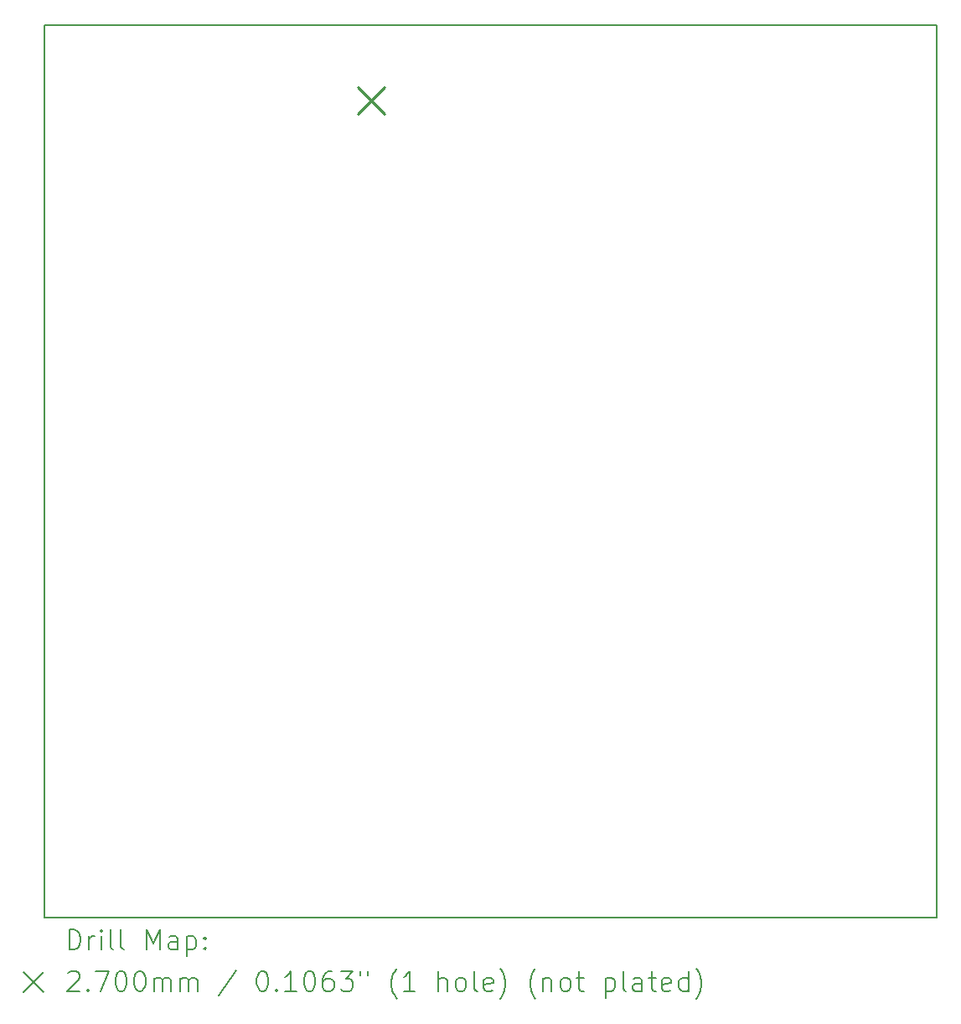
<source format=gbr>
%FSLAX45Y45*%
G04 Gerber Fmt 4.5, Leading zero omitted, Abs format (unit mm)*
G04 Created by KiCad (PCBNEW (6.0.4)) date 2022-07-09 00:09:10*
%MOMM*%
%LPD*%
G01*
G04 APERTURE LIST*
%TA.AperFunction,Profile*%
%ADD10C,0.200000*%
%TD*%
%ADD11C,0.200000*%
%ADD12C,0.270000*%
G04 APERTURE END LIST*
D10*
X1816100Y-10350500D02*
X10833100Y-10350500D01*
X10833100Y-10350500D02*
X10833100Y-1333500D01*
X10833100Y-1333500D02*
X1816100Y-1333500D01*
X1816100Y-1333500D02*
X1816100Y-10350500D01*
D11*
D12*
X4983100Y-1960500D02*
X5253100Y-2230500D01*
X5253100Y-1960500D02*
X4983100Y-2230500D01*
D11*
X2063719Y-10670976D02*
X2063719Y-10470976D01*
X2111338Y-10470976D01*
X2139910Y-10480500D01*
X2158957Y-10499548D01*
X2168481Y-10518595D01*
X2178005Y-10556690D01*
X2178005Y-10585262D01*
X2168481Y-10623357D01*
X2158957Y-10642405D01*
X2139910Y-10661452D01*
X2111338Y-10670976D01*
X2063719Y-10670976D01*
X2263719Y-10670976D02*
X2263719Y-10537643D01*
X2263719Y-10575738D02*
X2273243Y-10556690D01*
X2282767Y-10547167D01*
X2301814Y-10537643D01*
X2320862Y-10537643D01*
X2387529Y-10670976D02*
X2387529Y-10537643D01*
X2387529Y-10470976D02*
X2378005Y-10480500D01*
X2387529Y-10490024D01*
X2397052Y-10480500D01*
X2387529Y-10470976D01*
X2387529Y-10490024D01*
X2511338Y-10670976D02*
X2492290Y-10661452D01*
X2482767Y-10642405D01*
X2482767Y-10470976D01*
X2616100Y-10670976D02*
X2597052Y-10661452D01*
X2587529Y-10642405D01*
X2587529Y-10470976D01*
X2844671Y-10670976D02*
X2844671Y-10470976D01*
X2911338Y-10613833D01*
X2978005Y-10470976D01*
X2978005Y-10670976D01*
X3158957Y-10670976D02*
X3158957Y-10566214D01*
X3149433Y-10547167D01*
X3130386Y-10537643D01*
X3092290Y-10537643D01*
X3073243Y-10547167D01*
X3158957Y-10661452D02*
X3139909Y-10670976D01*
X3092290Y-10670976D01*
X3073243Y-10661452D01*
X3063719Y-10642405D01*
X3063719Y-10623357D01*
X3073243Y-10604310D01*
X3092290Y-10594786D01*
X3139909Y-10594786D01*
X3158957Y-10585262D01*
X3254195Y-10537643D02*
X3254195Y-10737643D01*
X3254195Y-10547167D02*
X3273243Y-10537643D01*
X3311338Y-10537643D01*
X3330386Y-10547167D01*
X3339909Y-10556690D01*
X3349433Y-10575738D01*
X3349433Y-10632881D01*
X3339909Y-10651929D01*
X3330386Y-10661452D01*
X3311338Y-10670976D01*
X3273243Y-10670976D01*
X3254195Y-10661452D01*
X3435148Y-10651929D02*
X3444671Y-10661452D01*
X3435148Y-10670976D01*
X3425624Y-10661452D01*
X3435148Y-10651929D01*
X3435148Y-10670976D01*
X3435148Y-10547167D02*
X3444671Y-10556690D01*
X3435148Y-10566214D01*
X3425624Y-10556690D01*
X3435148Y-10547167D01*
X3435148Y-10566214D01*
X1606100Y-10900500D02*
X1806100Y-11100500D01*
X1806100Y-10900500D02*
X1606100Y-11100500D01*
X2054195Y-10910024D02*
X2063719Y-10900500D01*
X2082767Y-10890976D01*
X2130386Y-10890976D01*
X2149433Y-10900500D01*
X2158957Y-10910024D01*
X2168481Y-10929071D01*
X2168481Y-10948119D01*
X2158957Y-10976690D01*
X2044671Y-11090976D01*
X2168481Y-11090976D01*
X2254195Y-11071929D02*
X2263719Y-11081452D01*
X2254195Y-11090976D01*
X2244671Y-11081452D01*
X2254195Y-11071929D01*
X2254195Y-11090976D01*
X2330386Y-10890976D02*
X2463719Y-10890976D01*
X2378005Y-11090976D01*
X2578005Y-10890976D02*
X2597052Y-10890976D01*
X2616100Y-10900500D01*
X2625624Y-10910024D01*
X2635148Y-10929071D01*
X2644671Y-10967167D01*
X2644671Y-11014786D01*
X2635148Y-11052881D01*
X2625624Y-11071929D01*
X2616100Y-11081452D01*
X2597052Y-11090976D01*
X2578005Y-11090976D01*
X2558957Y-11081452D01*
X2549433Y-11071929D01*
X2539910Y-11052881D01*
X2530386Y-11014786D01*
X2530386Y-10967167D01*
X2539910Y-10929071D01*
X2549433Y-10910024D01*
X2558957Y-10900500D01*
X2578005Y-10890976D01*
X2768481Y-10890976D02*
X2787529Y-10890976D01*
X2806576Y-10900500D01*
X2816100Y-10910024D01*
X2825624Y-10929071D01*
X2835148Y-10967167D01*
X2835148Y-11014786D01*
X2825624Y-11052881D01*
X2816100Y-11071929D01*
X2806576Y-11081452D01*
X2787529Y-11090976D01*
X2768481Y-11090976D01*
X2749433Y-11081452D01*
X2739910Y-11071929D01*
X2730386Y-11052881D01*
X2720862Y-11014786D01*
X2720862Y-10967167D01*
X2730386Y-10929071D01*
X2739910Y-10910024D01*
X2749433Y-10900500D01*
X2768481Y-10890976D01*
X2920862Y-11090976D02*
X2920862Y-10957643D01*
X2920862Y-10976690D02*
X2930386Y-10967167D01*
X2949433Y-10957643D01*
X2978005Y-10957643D01*
X2997052Y-10967167D01*
X3006576Y-10986214D01*
X3006576Y-11090976D01*
X3006576Y-10986214D02*
X3016100Y-10967167D01*
X3035148Y-10957643D01*
X3063719Y-10957643D01*
X3082767Y-10967167D01*
X3092290Y-10986214D01*
X3092290Y-11090976D01*
X3187528Y-11090976D02*
X3187528Y-10957643D01*
X3187528Y-10976690D02*
X3197052Y-10967167D01*
X3216100Y-10957643D01*
X3244671Y-10957643D01*
X3263719Y-10967167D01*
X3273243Y-10986214D01*
X3273243Y-11090976D01*
X3273243Y-10986214D02*
X3282767Y-10967167D01*
X3301814Y-10957643D01*
X3330386Y-10957643D01*
X3349433Y-10967167D01*
X3358957Y-10986214D01*
X3358957Y-11090976D01*
X3749433Y-10881452D02*
X3578005Y-11138595D01*
X4006576Y-10890976D02*
X4025624Y-10890976D01*
X4044671Y-10900500D01*
X4054195Y-10910024D01*
X4063719Y-10929071D01*
X4073243Y-10967167D01*
X4073243Y-11014786D01*
X4063719Y-11052881D01*
X4054195Y-11071929D01*
X4044671Y-11081452D01*
X4025624Y-11090976D01*
X4006576Y-11090976D01*
X3987528Y-11081452D01*
X3978005Y-11071929D01*
X3968481Y-11052881D01*
X3958957Y-11014786D01*
X3958957Y-10967167D01*
X3968481Y-10929071D01*
X3978005Y-10910024D01*
X3987528Y-10900500D01*
X4006576Y-10890976D01*
X4158957Y-11071929D02*
X4168481Y-11081452D01*
X4158957Y-11090976D01*
X4149433Y-11081452D01*
X4158957Y-11071929D01*
X4158957Y-11090976D01*
X4358957Y-11090976D02*
X4244671Y-11090976D01*
X4301814Y-11090976D02*
X4301814Y-10890976D01*
X4282767Y-10919548D01*
X4263719Y-10938595D01*
X4244671Y-10948119D01*
X4482767Y-10890976D02*
X4501814Y-10890976D01*
X4520862Y-10900500D01*
X4530386Y-10910024D01*
X4539910Y-10929071D01*
X4549433Y-10967167D01*
X4549433Y-11014786D01*
X4539910Y-11052881D01*
X4530386Y-11071929D01*
X4520862Y-11081452D01*
X4501814Y-11090976D01*
X4482767Y-11090976D01*
X4463719Y-11081452D01*
X4454195Y-11071929D01*
X4444671Y-11052881D01*
X4435148Y-11014786D01*
X4435148Y-10967167D01*
X4444671Y-10929071D01*
X4454195Y-10910024D01*
X4463719Y-10900500D01*
X4482767Y-10890976D01*
X4720862Y-10890976D02*
X4682767Y-10890976D01*
X4663719Y-10900500D01*
X4654195Y-10910024D01*
X4635148Y-10938595D01*
X4625624Y-10976690D01*
X4625624Y-11052881D01*
X4635148Y-11071929D01*
X4644671Y-11081452D01*
X4663719Y-11090976D01*
X4701814Y-11090976D01*
X4720862Y-11081452D01*
X4730386Y-11071929D01*
X4739910Y-11052881D01*
X4739910Y-11005262D01*
X4730386Y-10986214D01*
X4720862Y-10976690D01*
X4701814Y-10967167D01*
X4663719Y-10967167D01*
X4644671Y-10976690D01*
X4635148Y-10986214D01*
X4625624Y-11005262D01*
X4806576Y-10890976D02*
X4930386Y-10890976D01*
X4863719Y-10967167D01*
X4892290Y-10967167D01*
X4911338Y-10976690D01*
X4920862Y-10986214D01*
X4930386Y-11005262D01*
X4930386Y-11052881D01*
X4920862Y-11071929D01*
X4911338Y-11081452D01*
X4892290Y-11090976D01*
X4835148Y-11090976D01*
X4816100Y-11081452D01*
X4806576Y-11071929D01*
X5006576Y-10890976D02*
X5006576Y-10929071D01*
X5082767Y-10890976D02*
X5082767Y-10929071D01*
X5378005Y-11167167D02*
X5368481Y-11157643D01*
X5349433Y-11129071D01*
X5339910Y-11110024D01*
X5330386Y-11081452D01*
X5320862Y-11033833D01*
X5320862Y-10995738D01*
X5330386Y-10948119D01*
X5339910Y-10919548D01*
X5349433Y-10900500D01*
X5368481Y-10871929D01*
X5378005Y-10862405D01*
X5558957Y-11090976D02*
X5444671Y-11090976D01*
X5501814Y-11090976D02*
X5501814Y-10890976D01*
X5482767Y-10919548D01*
X5463719Y-10938595D01*
X5444671Y-10948119D01*
X5797052Y-11090976D02*
X5797052Y-10890976D01*
X5882767Y-11090976D02*
X5882767Y-10986214D01*
X5873243Y-10967167D01*
X5854195Y-10957643D01*
X5825624Y-10957643D01*
X5806576Y-10967167D01*
X5797052Y-10976690D01*
X6006576Y-11090976D02*
X5987528Y-11081452D01*
X5978005Y-11071929D01*
X5968481Y-11052881D01*
X5968481Y-10995738D01*
X5978005Y-10976690D01*
X5987528Y-10967167D01*
X6006576Y-10957643D01*
X6035148Y-10957643D01*
X6054195Y-10967167D01*
X6063719Y-10976690D01*
X6073243Y-10995738D01*
X6073243Y-11052881D01*
X6063719Y-11071929D01*
X6054195Y-11081452D01*
X6035148Y-11090976D01*
X6006576Y-11090976D01*
X6187528Y-11090976D02*
X6168481Y-11081452D01*
X6158957Y-11062405D01*
X6158957Y-10890976D01*
X6339909Y-11081452D02*
X6320862Y-11090976D01*
X6282767Y-11090976D01*
X6263719Y-11081452D01*
X6254195Y-11062405D01*
X6254195Y-10986214D01*
X6263719Y-10967167D01*
X6282767Y-10957643D01*
X6320862Y-10957643D01*
X6339909Y-10967167D01*
X6349433Y-10986214D01*
X6349433Y-11005262D01*
X6254195Y-11024310D01*
X6416100Y-11167167D02*
X6425624Y-11157643D01*
X6444671Y-11129071D01*
X6454195Y-11110024D01*
X6463719Y-11081452D01*
X6473243Y-11033833D01*
X6473243Y-10995738D01*
X6463719Y-10948119D01*
X6454195Y-10919548D01*
X6444671Y-10900500D01*
X6425624Y-10871929D01*
X6416100Y-10862405D01*
X6778005Y-11167167D02*
X6768481Y-11157643D01*
X6749433Y-11129071D01*
X6739909Y-11110024D01*
X6730386Y-11081452D01*
X6720862Y-11033833D01*
X6720862Y-10995738D01*
X6730386Y-10948119D01*
X6739909Y-10919548D01*
X6749433Y-10900500D01*
X6768481Y-10871929D01*
X6778005Y-10862405D01*
X6854195Y-10957643D02*
X6854195Y-11090976D01*
X6854195Y-10976690D02*
X6863719Y-10967167D01*
X6882767Y-10957643D01*
X6911338Y-10957643D01*
X6930386Y-10967167D01*
X6939909Y-10986214D01*
X6939909Y-11090976D01*
X7063719Y-11090976D02*
X7044671Y-11081452D01*
X7035148Y-11071929D01*
X7025624Y-11052881D01*
X7025624Y-10995738D01*
X7035148Y-10976690D01*
X7044671Y-10967167D01*
X7063719Y-10957643D01*
X7092290Y-10957643D01*
X7111338Y-10967167D01*
X7120862Y-10976690D01*
X7130386Y-10995738D01*
X7130386Y-11052881D01*
X7120862Y-11071929D01*
X7111338Y-11081452D01*
X7092290Y-11090976D01*
X7063719Y-11090976D01*
X7187528Y-10957643D02*
X7263719Y-10957643D01*
X7216100Y-10890976D02*
X7216100Y-11062405D01*
X7225624Y-11081452D01*
X7244671Y-11090976D01*
X7263719Y-11090976D01*
X7482767Y-10957643D02*
X7482767Y-11157643D01*
X7482767Y-10967167D02*
X7501814Y-10957643D01*
X7539909Y-10957643D01*
X7558957Y-10967167D01*
X7568481Y-10976690D01*
X7578005Y-10995738D01*
X7578005Y-11052881D01*
X7568481Y-11071929D01*
X7558957Y-11081452D01*
X7539909Y-11090976D01*
X7501814Y-11090976D01*
X7482767Y-11081452D01*
X7692290Y-11090976D02*
X7673243Y-11081452D01*
X7663719Y-11062405D01*
X7663719Y-10890976D01*
X7854195Y-11090976D02*
X7854195Y-10986214D01*
X7844671Y-10967167D01*
X7825624Y-10957643D01*
X7787528Y-10957643D01*
X7768481Y-10967167D01*
X7854195Y-11081452D02*
X7835148Y-11090976D01*
X7787528Y-11090976D01*
X7768481Y-11081452D01*
X7758957Y-11062405D01*
X7758957Y-11043357D01*
X7768481Y-11024310D01*
X7787528Y-11014786D01*
X7835148Y-11014786D01*
X7854195Y-11005262D01*
X7920862Y-10957643D02*
X7997052Y-10957643D01*
X7949433Y-10890976D02*
X7949433Y-11062405D01*
X7958957Y-11081452D01*
X7978005Y-11090976D01*
X7997052Y-11090976D01*
X8139909Y-11081452D02*
X8120862Y-11090976D01*
X8082767Y-11090976D01*
X8063719Y-11081452D01*
X8054195Y-11062405D01*
X8054195Y-10986214D01*
X8063719Y-10967167D01*
X8082767Y-10957643D01*
X8120862Y-10957643D01*
X8139909Y-10967167D01*
X8149433Y-10986214D01*
X8149433Y-11005262D01*
X8054195Y-11024310D01*
X8320862Y-11090976D02*
X8320862Y-10890976D01*
X8320862Y-11081452D02*
X8301814Y-11090976D01*
X8263719Y-11090976D01*
X8244671Y-11081452D01*
X8235148Y-11071929D01*
X8225624Y-11052881D01*
X8225624Y-10995738D01*
X8235148Y-10976690D01*
X8244671Y-10967167D01*
X8263719Y-10957643D01*
X8301814Y-10957643D01*
X8320862Y-10967167D01*
X8397052Y-11167167D02*
X8406576Y-11157643D01*
X8425624Y-11129071D01*
X8435148Y-11110024D01*
X8444671Y-11081452D01*
X8454195Y-11033833D01*
X8454195Y-10995738D01*
X8444671Y-10948119D01*
X8435148Y-10919548D01*
X8425624Y-10900500D01*
X8406576Y-10871929D01*
X8397052Y-10862405D01*
M02*

</source>
